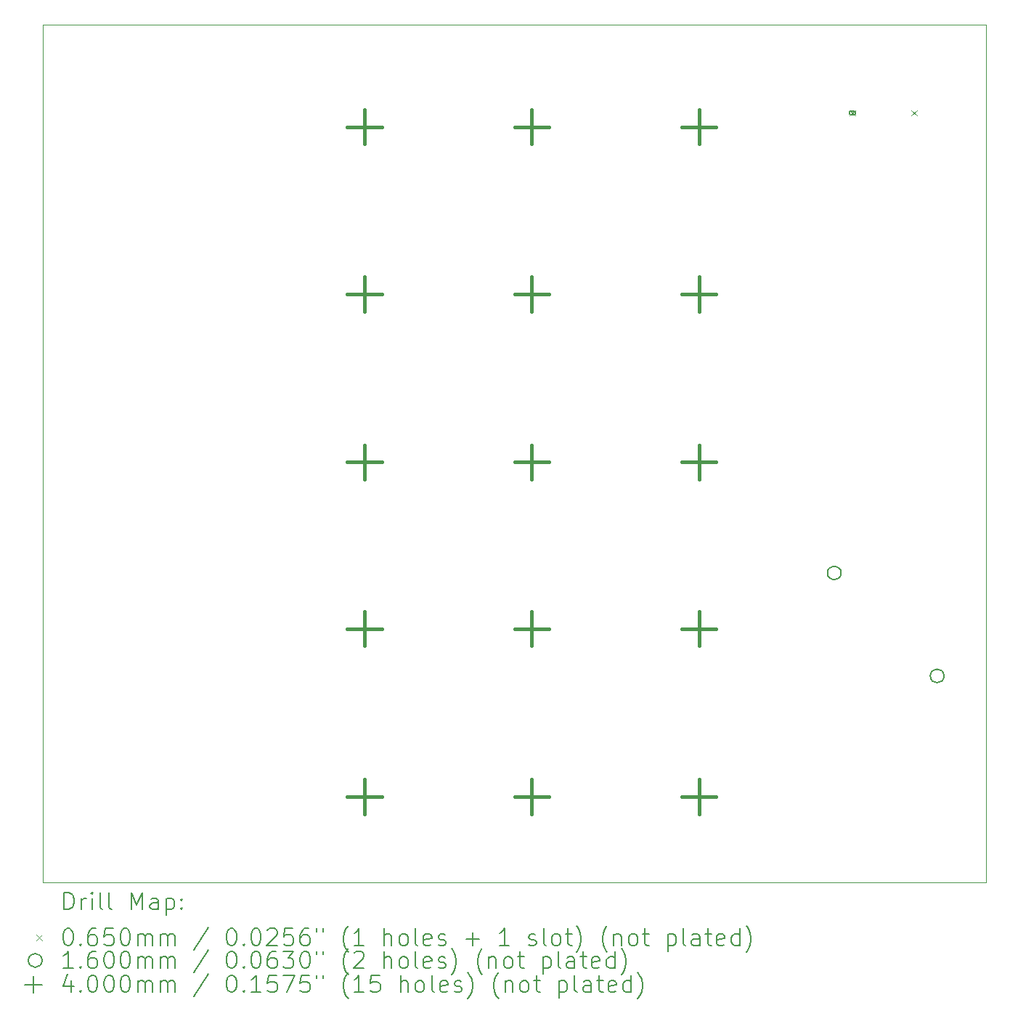
<source format=gbr>
%FSLAX45Y45*%
G04 Gerber Fmt 4.5, Leading zero omitted, Abs format (unit mm)*
G04 Created by KiCad (PCBNEW (6.0.4)) date 2022-04-24 15:44:57*
%MOMM*%
%LPD*%
G01*
G04 APERTURE LIST*
%TA.AperFunction,Profile*%
%ADD10C,0.100000*%
%TD*%
%ADD11C,0.200000*%
%ADD12C,0.065000*%
%ADD13C,0.160000*%
%ADD14C,0.400000*%
G04 APERTURE END LIST*
D10*
X20141000Y-5388000D02*
X9141000Y-5388000D01*
X9141000Y-5388000D02*
X9141000Y-15388000D01*
X20141000Y-15388000D02*
X20141000Y-5388000D01*
X9141000Y-15388000D02*
X20141000Y-15388000D01*
D11*
D12*
X18552500Y-6383500D02*
X18617500Y-6448500D01*
X18617500Y-6383500D02*
X18552500Y-6448500D01*
D11*
X18600000Y-6393500D02*
X18570000Y-6393500D01*
X18600000Y-6438500D02*
X18570000Y-6438500D01*
X18570000Y-6393500D02*
G75*
G03*
X18570000Y-6438500I0J-22500D01*
G01*
X18600000Y-6438500D02*
G75*
G03*
X18600000Y-6393500I0J22500D01*
G01*
D12*
X19272500Y-6383500D02*
X19337500Y-6448500D01*
X19337500Y-6383500D02*
X19272500Y-6448500D01*
D13*
X18453175Y-11780000D02*
G75*
G03*
X18453175Y-11780000I-80000J0D01*
G01*
X19653175Y-12980000D02*
G75*
G03*
X19653175Y-12980000I-80000J0D01*
G01*
D14*
X12895000Y-6380000D02*
X12895000Y-6780000D01*
X12695000Y-6580000D02*
X13095000Y-6580000D01*
X12895000Y-8330000D02*
X12895000Y-8730000D01*
X12695000Y-8530000D02*
X13095000Y-8530000D01*
X12895000Y-10288000D02*
X12895000Y-10688000D01*
X12695000Y-10488000D02*
X13095000Y-10488000D01*
X12895000Y-12230000D02*
X12895000Y-12630000D01*
X12695000Y-12430000D02*
X13095000Y-12430000D01*
X12895000Y-14188000D02*
X12895000Y-14588000D01*
X12695000Y-14388000D02*
X13095000Y-14388000D01*
X14845000Y-6380000D02*
X14845000Y-6780000D01*
X14645000Y-6580000D02*
X15045000Y-6580000D01*
X14845000Y-8330000D02*
X14845000Y-8730000D01*
X14645000Y-8530000D02*
X15045000Y-8530000D01*
X14845000Y-10288000D02*
X14845000Y-10688000D01*
X14645000Y-10488000D02*
X15045000Y-10488000D01*
X14845000Y-12230000D02*
X14845000Y-12630000D01*
X14645000Y-12430000D02*
X15045000Y-12430000D01*
X14845000Y-14188000D02*
X14845000Y-14588000D01*
X14645000Y-14388000D02*
X15045000Y-14388000D01*
X16795000Y-6380000D02*
X16795000Y-6780000D01*
X16595000Y-6580000D02*
X16995000Y-6580000D01*
X16795000Y-8330000D02*
X16795000Y-8730000D01*
X16595000Y-8530000D02*
X16995000Y-8530000D01*
X16795000Y-10288000D02*
X16795000Y-10688000D01*
X16595000Y-10488000D02*
X16995000Y-10488000D01*
X16795000Y-12230000D02*
X16795000Y-12630000D01*
X16595000Y-12430000D02*
X16995000Y-12430000D01*
X16795000Y-14188000D02*
X16795000Y-14588000D01*
X16595000Y-14388000D02*
X16995000Y-14388000D01*
D11*
X9393619Y-15703476D02*
X9393619Y-15503476D01*
X9441238Y-15503476D01*
X9469810Y-15513000D01*
X9488857Y-15532048D01*
X9498381Y-15551095D01*
X9507905Y-15589190D01*
X9507905Y-15617762D01*
X9498381Y-15655857D01*
X9488857Y-15674905D01*
X9469810Y-15693952D01*
X9441238Y-15703476D01*
X9393619Y-15703476D01*
X9593619Y-15703476D02*
X9593619Y-15570143D01*
X9593619Y-15608238D02*
X9603143Y-15589190D01*
X9612667Y-15579667D01*
X9631714Y-15570143D01*
X9650762Y-15570143D01*
X9717429Y-15703476D02*
X9717429Y-15570143D01*
X9717429Y-15503476D02*
X9707905Y-15513000D01*
X9717429Y-15522524D01*
X9726952Y-15513000D01*
X9717429Y-15503476D01*
X9717429Y-15522524D01*
X9841238Y-15703476D02*
X9822190Y-15693952D01*
X9812667Y-15674905D01*
X9812667Y-15503476D01*
X9946000Y-15703476D02*
X9926952Y-15693952D01*
X9917429Y-15674905D01*
X9917429Y-15503476D01*
X10174571Y-15703476D02*
X10174571Y-15503476D01*
X10241238Y-15646333D01*
X10307905Y-15503476D01*
X10307905Y-15703476D01*
X10488857Y-15703476D02*
X10488857Y-15598714D01*
X10479333Y-15579667D01*
X10460286Y-15570143D01*
X10422190Y-15570143D01*
X10403143Y-15579667D01*
X10488857Y-15693952D02*
X10469810Y-15703476D01*
X10422190Y-15703476D01*
X10403143Y-15693952D01*
X10393619Y-15674905D01*
X10393619Y-15655857D01*
X10403143Y-15636809D01*
X10422190Y-15627286D01*
X10469810Y-15627286D01*
X10488857Y-15617762D01*
X10584095Y-15570143D02*
X10584095Y-15770143D01*
X10584095Y-15579667D02*
X10603143Y-15570143D01*
X10641238Y-15570143D01*
X10660286Y-15579667D01*
X10669810Y-15589190D01*
X10679333Y-15608238D01*
X10679333Y-15665381D01*
X10669810Y-15684428D01*
X10660286Y-15693952D01*
X10641238Y-15703476D01*
X10603143Y-15703476D01*
X10584095Y-15693952D01*
X10765048Y-15684428D02*
X10774571Y-15693952D01*
X10765048Y-15703476D01*
X10755524Y-15693952D01*
X10765048Y-15684428D01*
X10765048Y-15703476D01*
X10765048Y-15579667D02*
X10774571Y-15589190D01*
X10765048Y-15598714D01*
X10755524Y-15589190D01*
X10765048Y-15579667D01*
X10765048Y-15598714D01*
D12*
X9071000Y-16000500D02*
X9136000Y-16065500D01*
X9136000Y-16000500D02*
X9071000Y-16065500D01*
D11*
X9431714Y-15923476D02*
X9450762Y-15923476D01*
X9469810Y-15933000D01*
X9479333Y-15942524D01*
X9488857Y-15961571D01*
X9498381Y-15999667D01*
X9498381Y-16047286D01*
X9488857Y-16085381D01*
X9479333Y-16104428D01*
X9469810Y-16113952D01*
X9450762Y-16123476D01*
X9431714Y-16123476D01*
X9412667Y-16113952D01*
X9403143Y-16104428D01*
X9393619Y-16085381D01*
X9384095Y-16047286D01*
X9384095Y-15999667D01*
X9393619Y-15961571D01*
X9403143Y-15942524D01*
X9412667Y-15933000D01*
X9431714Y-15923476D01*
X9584095Y-16104428D02*
X9593619Y-16113952D01*
X9584095Y-16123476D01*
X9574571Y-16113952D01*
X9584095Y-16104428D01*
X9584095Y-16123476D01*
X9765048Y-15923476D02*
X9726952Y-15923476D01*
X9707905Y-15933000D01*
X9698381Y-15942524D01*
X9679333Y-15971095D01*
X9669810Y-16009190D01*
X9669810Y-16085381D01*
X9679333Y-16104428D01*
X9688857Y-16113952D01*
X9707905Y-16123476D01*
X9746000Y-16123476D01*
X9765048Y-16113952D01*
X9774571Y-16104428D01*
X9784095Y-16085381D01*
X9784095Y-16037762D01*
X9774571Y-16018714D01*
X9765048Y-16009190D01*
X9746000Y-15999667D01*
X9707905Y-15999667D01*
X9688857Y-16009190D01*
X9679333Y-16018714D01*
X9669810Y-16037762D01*
X9965048Y-15923476D02*
X9869810Y-15923476D01*
X9860286Y-16018714D01*
X9869810Y-16009190D01*
X9888857Y-15999667D01*
X9936476Y-15999667D01*
X9955524Y-16009190D01*
X9965048Y-16018714D01*
X9974571Y-16037762D01*
X9974571Y-16085381D01*
X9965048Y-16104428D01*
X9955524Y-16113952D01*
X9936476Y-16123476D01*
X9888857Y-16123476D01*
X9869810Y-16113952D01*
X9860286Y-16104428D01*
X10098381Y-15923476D02*
X10117429Y-15923476D01*
X10136476Y-15933000D01*
X10146000Y-15942524D01*
X10155524Y-15961571D01*
X10165048Y-15999667D01*
X10165048Y-16047286D01*
X10155524Y-16085381D01*
X10146000Y-16104428D01*
X10136476Y-16113952D01*
X10117429Y-16123476D01*
X10098381Y-16123476D01*
X10079333Y-16113952D01*
X10069810Y-16104428D01*
X10060286Y-16085381D01*
X10050762Y-16047286D01*
X10050762Y-15999667D01*
X10060286Y-15961571D01*
X10069810Y-15942524D01*
X10079333Y-15933000D01*
X10098381Y-15923476D01*
X10250762Y-16123476D02*
X10250762Y-15990143D01*
X10250762Y-16009190D02*
X10260286Y-15999667D01*
X10279333Y-15990143D01*
X10307905Y-15990143D01*
X10326952Y-15999667D01*
X10336476Y-16018714D01*
X10336476Y-16123476D01*
X10336476Y-16018714D02*
X10346000Y-15999667D01*
X10365048Y-15990143D01*
X10393619Y-15990143D01*
X10412667Y-15999667D01*
X10422190Y-16018714D01*
X10422190Y-16123476D01*
X10517429Y-16123476D02*
X10517429Y-15990143D01*
X10517429Y-16009190D02*
X10526952Y-15999667D01*
X10546000Y-15990143D01*
X10574571Y-15990143D01*
X10593619Y-15999667D01*
X10603143Y-16018714D01*
X10603143Y-16123476D01*
X10603143Y-16018714D02*
X10612667Y-15999667D01*
X10631714Y-15990143D01*
X10660286Y-15990143D01*
X10679333Y-15999667D01*
X10688857Y-16018714D01*
X10688857Y-16123476D01*
X11079333Y-15913952D02*
X10907905Y-16171095D01*
X11336476Y-15923476D02*
X11355524Y-15923476D01*
X11374571Y-15933000D01*
X11384095Y-15942524D01*
X11393619Y-15961571D01*
X11403143Y-15999667D01*
X11403143Y-16047286D01*
X11393619Y-16085381D01*
X11384095Y-16104428D01*
X11374571Y-16113952D01*
X11355524Y-16123476D01*
X11336476Y-16123476D01*
X11317428Y-16113952D01*
X11307905Y-16104428D01*
X11298381Y-16085381D01*
X11288857Y-16047286D01*
X11288857Y-15999667D01*
X11298381Y-15961571D01*
X11307905Y-15942524D01*
X11317428Y-15933000D01*
X11336476Y-15923476D01*
X11488857Y-16104428D02*
X11498381Y-16113952D01*
X11488857Y-16123476D01*
X11479333Y-16113952D01*
X11488857Y-16104428D01*
X11488857Y-16123476D01*
X11622190Y-15923476D02*
X11641238Y-15923476D01*
X11660286Y-15933000D01*
X11669809Y-15942524D01*
X11679333Y-15961571D01*
X11688857Y-15999667D01*
X11688857Y-16047286D01*
X11679333Y-16085381D01*
X11669809Y-16104428D01*
X11660286Y-16113952D01*
X11641238Y-16123476D01*
X11622190Y-16123476D01*
X11603143Y-16113952D01*
X11593619Y-16104428D01*
X11584095Y-16085381D01*
X11574571Y-16047286D01*
X11574571Y-15999667D01*
X11584095Y-15961571D01*
X11593619Y-15942524D01*
X11603143Y-15933000D01*
X11622190Y-15923476D01*
X11765048Y-15942524D02*
X11774571Y-15933000D01*
X11793619Y-15923476D01*
X11841238Y-15923476D01*
X11860286Y-15933000D01*
X11869809Y-15942524D01*
X11879333Y-15961571D01*
X11879333Y-15980619D01*
X11869809Y-16009190D01*
X11755524Y-16123476D01*
X11879333Y-16123476D01*
X12060286Y-15923476D02*
X11965048Y-15923476D01*
X11955524Y-16018714D01*
X11965048Y-16009190D01*
X11984095Y-15999667D01*
X12031714Y-15999667D01*
X12050762Y-16009190D01*
X12060286Y-16018714D01*
X12069809Y-16037762D01*
X12069809Y-16085381D01*
X12060286Y-16104428D01*
X12050762Y-16113952D01*
X12031714Y-16123476D01*
X11984095Y-16123476D01*
X11965048Y-16113952D01*
X11955524Y-16104428D01*
X12241238Y-15923476D02*
X12203143Y-15923476D01*
X12184095Y-15933000D01*
X12174571Y-15942524D01*
X12155524Y-15971095D01*
X12146000Y-16009190D01*
X12146000Y-16085381D01*
X12155524Y-16104428D01*
X12165048Y-16113952D01*
X12184095Y-16123476D01*
X12222190Y-16123476D01*
X12241238Y-16113952D01*
X12250762Y-16104428D01*
X12260286Y-16085381D01*
X12260286Y-16037762D01*
X12250762Y-16018714D01*
X12241238Y-16009190D01*
X12222190Y-15999667D01*
X12184095Y-15999667D01*
X12165048Y-16009190D01*
X12155524Y-16018714D01*
X12146000Y-16037762D01*
X12336476Y-15923476D02*
X12336476Y-15961571D01*
X12412667Y-15923476D02*
X12412667Y-15961571D01*
X12707905Y-16199667D02*
X12698381Y-16190143D01*
X12679333Y-16161571D01*
X12669809Y-16142524D01*
X12660286Y-16113952D01*
X12650762Y-16066333D01*
X12650762Y-16028238D01*
X12660286Y-15980619D01*
X12669809Y-15952048D01*
X12679333Y-15933000D01*
X12698381Y-15904428D01*
X12707905Y-15894905D01*
X12888857Y-16123476D02*
X12774571Y-16123476D01*
X12831714Y-16123476D02*
X12831714Y-15923476D01*
X12812667Y-15952048D01*
X12793619Y-15971095D01*
X12774571Y-15980619D01*
X13126952Y-16123476D02*
X13126952Y-15923476D01*
X13212667Y-16123476D02*
X13212667Y-16018714D01*
X13203143Y-15999667D01*
X13184095Y-15990143D01*
X13155524Y-15990143D01*
X13136476Y-15999667D01*
X13126952Y-16009190D01*
X13336476Y-16123476D02*
X13317428Y-16113952D01*
X13307905Y-16104428D01*
X13298381Y-16085381D01*
X13298381Y-16028238D01*
X13307905Y-16009190D01*
X13317428Y-15999667D01*
X13336476Y-15990143D01*
X13365048Y-15990143D01*
X13384095Y-15999667D01*
X13393619Y-16009190D01*
X13403143Y-16028238D01*
X13403143Y-16085381D01*
X13393619Y-16104428D01*
X13384095Y-16113952D01*
X13365048Y-16123476D01*
X13336476Y-16123476D01*
X13517428Y-16123476D02*
X13498381Y-16113952D01*
X13488857Y-16094905D01*
X13488857Y-15923476D01*
X13669809Y-16113952D02*
X13650762Y-16123476D01*
X13612667Y-16123476D01*
X13593619Y-16113952D01*
X13584095Y-16094905D01*
X13584095Y-16018714D01*
X13593619Y-15999667D01*
X13612667Y-15990143D01*
X13650762Y-15990143D01*
X13669809Y-15999667D01*
X13679333Y-16018714D01*
X13679333Y-16037762D01*
X13584095Y-16056809D01*
X13755524Y-16113952D02*
X13774571Y-16123476D01*
X13812667Y-16123476D01*
X13831714Y-16113952D01*
X13841238Y-16094905D01*
X13841238Y-16085381D01*
X13831714Y-16066333D01*
X13812667Y-16056809D01*
X13784095Y-16056809D01*
X13765048Y-16047286D01*
X13755524Y-16028238D01*
X13755524Y-16018714D01*
X13765048Y-15999667D01*
X13784095Y-15990143D01*
X13812667Y-15990143D01*
X13831714Y-15999667D01*
X14079333Y-16047286D02*
X14231714Y-16047286D01*
X14155524Y-16123476D02*
X14155524Y-15971095D01*
X14584095Y-16123476D02*
X14469809Y-16123476D01*
X14526952Y-16123476D02*
X14526952Y-15923476D01*
X14507905Y-15952048D01*
X14488857Y-15971095D01*
X14469809Y-15980619D01*
X14812667Y-16113952D02*
X14831714Y-16123476D01*
X14869809Y-16123476D01*
X14888857Y-16113952D01*
X14898381Y-16094905D01*
X14898381Y-16085381D01*
X14888857Y-16066333D01*
X14869809Y-16056809D01*
X14841238Y-16056809D01*
X14822190Y-16047286D01*
X14812667Y-16028238D01*
X14812667Y-16018714D01*
X14822190Y-15999667D01*
X14841238Y-15990143D01*
X14869809Y-15990143D01*
X14888857Y-15999667D01*
X15012667Y-16123476D02*
X14993619Y-16113952D01*
X14984095Y-16094905D01*
X14984095Y-15923476D01*
X15117428Y-16123476D02*
X15098381Y-16113952D01*
X15088857Y-16104428D01*
X15079333Y-16085381D01*
X15079333Y-16028238D01*
X15088857Y-16009190D01*
X15098381Y-15999667D01*
X15117428Y-15990143D01*
X15146000Y-15990143D01*
X15165048Y-15999667D01*
X15174571Y-16009190D01*
X15184095Y-16028238D01*
X15184095Y-16085381D01*
X15174571Y-16104428D01*
X15165048Y-16113952D01*
X15146000Y-16123476D01*
X15117428Y-16123476D01*
X15241238Y-15990143D02*
X15317428Y-15990143D01*
X15269809Y-15923476D02*
X15269809Y-16094905D01*
X15279333Y-16113952D01*
X15298381Y-16123476D01*
X15317428Y-16123476D01*
X15365048Y-16199667D02*
X15374571Y-16190143D01*
X15393619Y-16161571D01*
X15403143Y-16142524D01*
X15412667Y-16113952D01*
X15422190Y-16066333D01*
X15422190Y-16028238D01*
X15412667Y-15980619D01*
X15403143Y-15952048D01*
X15393619Y-15933000D01*
X15374571Y-15904428D01*
X15365048Y-15894905D01*
X15726952Y-16199667D02*
X15717428Y-16190143D01*
X15698381Y-16161571D01*
X15688857Y-16142524D01*
X15679333Y-16113952D01*
X15669809Y-16066333D01*
X15669809Y-16028238D01*
X15679333Y-15980619D01*
X15688857Y-15952048D01*
X15698381Y-15933000D01*
X15717428Y-15904428D01*
X15726952Y-15894905D01*
X15803143Y-15990143D02*
X15803143Y-16123476D01*
X15803143Y-16009190D02*
X15812667Y-15999667D01*
X15831714Y-15990143D01*
X15860286Y-15990143D01*
X15879333Y-15999667D01*
X15888857Y-16018714D01*
X15888857Y-16123476D01*
X16012667Y-16123476D02*
X15993619Y-16113952D01*
X15984095Y-16104428D01*
X15974571Y-16085381D01*
X15974571Y-16028238D01*
X15984095Y-16009190D01*
X15993619Y-15999667D01*
X16012667Y-15990143D01*
X16041238Y-15990143D01*
X16060286Y-15999667D01*
X16069809Y-16009190D01*
X16079333Y-16028238D01*
X16079333Y-16085381D01*
X16069809Y-16104428D01*
X16060286Y-16113952D01*
X16041238Y-16123476D01*
X16012667Y-16123476D01*
X16136476Y-15990143D02*
X16212667Y-15990143D01*
X16165048Y-15923476D02*
X16165048Y-16094905D01*
X16174571Y-16113952D01*
X16193619Y-16123476D01*
X16212667Y-16123476D01*
X16431714Y-15990143D02*
X16431714Y-16190143D01*
X16431714Y-15999667D02*
X16450762Y-15990143D01*
X16488857Y-15990143D01*
X16507905Y-15999667D01*
X16517428Y-16009190D01*
X16526952Y-16028238D01*
X16526952Y-16085381D01*
X16517428Y-16104428D01*
X16507905Y-16113952D01*
X16488857Y-16123476D01*
X16450762Y-16123476D01*
X16431714Y-16113952D01*
X16641238Y-16123476D02*
X16622190Y-16113952D01*
X16612667Y-16094905D01*
X16612667Y-15923476D01*
X16803143Y-16123476D02*
X16803143Y-16018714D01*
X16793619Y-15999667D01*
X16774571Y-15990143D01*
X16736476Y-15990143D01*
X16717428Y-15999667D01*
X16803143Y-16113952D02*
X16784095Y-16123476D01*
X16736476Y-16123476D01*
X16717428Y-16113952D01*
X16707905Y-16094905D01*
X16707905Y-16075857D01*
X16717428Y-16056809D01*
X16736476Y-16047286D01*
X16784095Y-16047286D01*
X16803143Y-16037762D01*
X16869810Y-15990143D02*
X16946000Y-15990143D01*
X16898381Y-15923476D02*
X16898381Y-16094905D01*
X16907905Y-16113952D01*
X16926952Y-16123476D01*
X16946000Y-16123476D01*
X17088857Y-16113952D02*
X17069810Y-16123476D01*
X17031714Y-16123476D01*
X17012667Y-16113952D01*
X17003143Y-16094905D01*
X17003143Y-16018714D01*
X17012667Y-15999667D01*
X17031714Y-15990143D01*
X17069810Y-15990143D01*
X17088857Y-15999667D01*
X17098381Y-16018714D01*
X17098381Y-16037762D01*
X17003143Y-16056809D01*
X17269810Y-16123476D02*
X17269810Y-15923476D01*
X17269810Y-16113952D02*
X17250762Y-16123476D01*
X17212667Y-16123476D01*
X17193619Y-16113952D01*
X17184095Y-16104428D01*
X17174571Y-16085381D01*
X17174571Y-16028238D01*
X17184095Y-16009190D01*
X17193619Y-15999667D01*
X17212667Y-15990143D01*
X17250762Y-15990143D01*
X17269810Y-15999667D01*
X17346000Y-16199667D02*
X17355524Y-16190143D01*
X17374571Y-16161571D01*
X17384095Y-16142524D01*
X17393619Y-16113952D01*
X17403143Y-16066333D01*
X17403143Y-16028238D01*
X17393619Y-15980619D01*
X17384095Y-15952048D01*
X17374571Y-15933000D01*
X17355524Y-15904428D01*
X17346000Y-15894905D01*
D13*
X9136000Y-16297000D02*
G75*
G03*
X9136000Y-16297000I-80000J0D01*
G01*
D11*
X9498381Y-16387476D02*
X9384095Y-16387476D01*
X9441238Y-16387476D02*
X9441238Y-16187476D01*
X9422190Y-16216048D01*
X9403143Y-16235095D01*
X9384095Y-16244619D01*
X9584095Y-16368428D02*
X9593619Y-16377952D01*
X9584095Y-16387476D01*
X9574571Y-16377952D01*
X9584095Y-16368428D01*
X9584095Y-16387476D01*
X9765048Y-16187476D02*
X9726952Y-16187476D01*
X9707905Y-16197000D01*
X9698381Y-16206524D01*
X9679333Y-16235095D01*
X9669810Y-16273190D01*
X9669810Y-16349381D01*
X9679333Y-16368428D01*
X9688857Y-16377952D01*
X9707905Y-16387476D01*
X9746000Y-16387476D01*
X9765048Y-16377952D01*
X9774571Y-16368428D01*
X9784095Y-16349381D01*
X9784095Y-16301762D01*
X9774571Y-16282714D01*
X9765048Y-16273190D01*
X9746000Y-16263667D01*
X9707905Y-16263667D01*
X9688857Y-16273190D01*
X9679333Y-16282714D01*
X9669810Y-16301762D01*
X9907905Y-16187476D02*
X9926952Y-16187476D01*
X9946000Y-16197000D01*
X9955524Y-16206524D01*
X9965048Y-16225571D01*
X9974571Y-16263667D01*
X9974571Y-16311286D01*
X9965048Y-16349381D01*
X9955524Y-16368428D01*
X9946000Y-16377952D01*
X9926952Y-16387476D01*
X9907905Y-16387476D01*
X9888857Y-16377952D01*
X9879333Y-16368428D01*
X9869810Y-16349381D01*
X9860286Y-16311286D01*
X9860286Y-16263667D01*
X9869810Y-16225571D01*
X9879333Y-16206524D01*
X9888857Y-16197000D01*
X9907905Y-16187476D01*
X10098381Y-16187476D02*
X10117429Y-16187476D01*
X10136476Y-16197000D01*
X10146000Y-16206524D01*
X10155524Y-16225571D01*
X10165048Y-16263667D01*
X10165048Y-16311286D01*
X10155524Y-16349381D01*
X10146000Y-16368428D01*
X10136476Y-16377952D01*
X10117429Y-16387476D01*
X10098381Y-16387476D01*
X10079333Y-16377952D01*
X10069810Y-16368428D01*
X10060286Y-16349381D01*
X10050762Y-16311286D01*
X10050762Y-16263667D01*
X10060286Y-16225571D01*
X10069810Y-16206524D01*
X10079333Y-16197000D01*
X10098381Y-16187476D01*
X10250762Y-16387476D02*
X10250762Y-16254143D01*
X10250762Y-16273190D02*
X10260286Y-16263667D01*
X10279333Y-16254143D01*
X10307905Y-16254143D01*
X10326952Y-16263667D01*
X10336476Y-16282714D01*
X10336476Y-16387476D01*
X10336476Y-16282714D02*
X10346000Y-16263667D01*
X10365048Y-16254143D01*
X10393619Y-16254143D01*
X10412667Y-16263667D01*
X10422190Y-16282714D01*
X10422190Y-16387476D01*
X10517429Y-16387476D02*
X10517429Y-16254143D01*
X10517429Y-16273190D02*
X10526952Y-16263667D01*
X10546000Y-16254143D01*
X10574571Y-16254143D01*
X10593619Y-16263667D01*
X10603143Y-16282714D01*
X10603143Y-16387476D01*
X10603143Y-16282714D02*
X10612667Y-16263667D01*
X10631714Y-16254143D01*
X10660286Y-16254143D01*
X10679333Y-16263667D01*
X10688857Y-16282714D01*
X10688857Y-16387476D01*
X11079333Y-16177952D02*
X10907905Y-16435095D01*
X11336476Y-16187476D02*
X11355524Y-16187476D01*
X11374571Y-16197000D01*
X11384095Y-16206524D01*
X11393619Y-16225571D01*
X11403143Y-16263667D01*
X11403143Y-16311286D01*
X11393619Y-16349381D01*
X11384095Y-16368428D01*
X11374571Y-16377952D01*
X11355524Y-16387476D01*
X11336476Y-16387476D01*
X11317428Y-16377952D01*
X11307905Y-16368428D01*
X11298381Y-16349381D01*
X11288857Y-16311286D01*
X11288857Y-16263667D01*
X11298381Y-16225571D01*
X11307905Y-16206524D01*
X11317428Y-16197000D01*
X11336476Y-16187476D01*
X11488857Y-16368428D02*
X11498381Y-16377952D01*
X11488857Y-16387476D01*
X11479333Y-16377952D01*
X11488857Y-16368428D01*
X11488857Y-16387476D01*
X11622190Y-16187476D02*
X11641238Y-16187476D01*
X11660286Y-16197000D01*
X11669809Y-16206524D01*
X11679333Y-16225571D01*
X11688857Y-16263667D01*
X11688857Y-16311286D01*
X11679333Y-16349381D01*
X11669809Y-16368428D01*
X11660286Y-16377952D01*
X11641238Y-16387476D01*
X11622190Y-16387476D01*
X11603143Y-16377952D01*
X11593619Y-16368428D01*
X11584095Y-16349381D01*
X11574571Y-16311286D01*
X11574571Y-16263667D01*
X11584095Y-16225571D01*
X11593619Y-16206524D01*
X11603143Y-16197000D01*
X11622190Y-16187476D01*
X11860286Y-16187476D02*
X11822190Y-16187476D01*
X11803143Y-16197000D01*
X11793619Y-16206524D01*
X11774571Y-16235095D01*
X11765048Y-16273190D01*
X11765048Y-16349381D01*
X11774571Y-16368428D01*
X11784095Y-16377952D01*
X11803143Y-16387476D01*
X11841238Y-16387476D01*
X11860286Y-16377952D01*
X11869809Y-16368428D01*
X11879333Y-16349381D01*
X11879333Y-16301762D01*
X11869809Y-16282714D01*
X11860286Y-16273190D01*
X11841238Y-16263667D01*
X11803143Y-16263667D01*
X11784095Y-16273190D01*
X11774571Y-16282714D01*
X11765048Y-16301762D01*
X11946000Y-16187476D02*
X12069809Y-16187476D01*
X12003143Y-16263667D01*
X12031714Y-16263667D01*
X12050762Y-16273190D01*
X12060286Y-16282714D01*
X12069809Y-16301762D01*
X12069809Y-16349381D01*
X12060286Y-16368428D01*
X12050762Y-16377952D01*
X12031714Y-16387476D01*
X11974571Y-16387476D01*
X11955524Y-16377952D01*
X11946000Y-16368428D01*
X12193619Y-16187476D02*
X12212667Y-16187476D01*
X12231714Y-16197000D01*
X12241238Y-16206524D01*
X12250762Y-16225571D01*
X12260286Y-16263667D01*
X12260286Y-16311286D01*
X12250762Y-16349381D01*
X12241238Y-16368428D01*
X12231714Y-16377952D01*
X12212667Y-16387476D01*
X12193619Y-16387476D01*
X12174571Y-16377952D01*
X12165048Y-16368428D01*
X12155524Y-16349381D01*
X12146000Y-16311286D01*
X12146000Y-16263667D01*
X12155524Y-16225571D01*
X12165048Y-16206524D01*
X12174571Y-16197000D01*
X12193619Y-16187476D01*
X12336476Y-16187476D02*
X12336476Y-16225571D01*
X12412667Y-16187476D02*
X12412667Y-16225571D01*
X12707905Y-16463667D02*
X12698381Y-16454143D01*
X12679333Y-16425571D01*
X12669809Y-16406524D01*
X12660286Y-16377952D01*
X12650762Y-16330333D01*
X12650762Y-16292238D01*
X12660286Y-16244619D01*
X12669809Y-16216048D01*
X12679333Y-16197000D01*
X12698381Y-16168428D01*
X12707905Y-16158905D01*
X12774571Y-16206524D02*
X12784095Y-16197000D01*
X12803143Y-16187476D01*
X12850762Y-16187476D01*
X12869809Y-16197000D01*
X12879333Y-16206524D01*
X12888857Y-16225571D01*
X12888857Y-16244619D01*
X12879333Y-16273190D01*
X12765048Y-16387476D01*
X12888857Y-16387476D01*
X13126952Y-16387476D02*
X13126952Y-16187476D01*
X13212667Y-16387476D02*
X13212667Y-16282714D01*
X13203143Y-16263667D01*
X13184095Y-16254143D01*
X13155524Y-16254143D01*
X13136476Y-16263667D01*
X13126952Y-16273190D01*
X13336476Y-16387476D02*
X13317428Y-16377952D01*
X13307905Y-16368428D01*
X13298381Y-16349381D01*
X13298381Y-16292238D01*
X13307905Y-16273190D01*
X13317428Y-16263667D01*
X13336476Y-16254143D01*
X13365048Y-16254143D01*
X13384095Y-16263667D01*
X13393619Y-16273190D01*
X13403143Y-16292238D01*
X13403143Y-16349381D01*
X13393619Y-16368428D01*
X13384095Y-16377952D01*
X13365048Y-16387476D01*
X13336476Y-16387476D01*
X13517428Y-16387476D02*
X13498381Y-16377952D01*
X13488857Y-16358905D01*
X13488857Y-16187476D01*
X13669809Y-16377952D02*
X13650762Y-16387476D01*
X13612667Y-16387476D01*
X13593619Y-16377952D01*
X13584095Y-16358905D01*
X13584095Y-16282714D01*
X13593619Y-16263667D01*
X13612667Y-16254143D01*
X13650762Y-16254143D01*
X13669809Y-16263667D01*
X13679333Y-16282714D01*
X13679333Y-16301762D01*
X13584095Y-16320809D01*
X13755524Y-16377952D02*
X13774571Y-16387476D01*
X13812667Y-16387476D01*
X13831714Y-16377952D01*
X13841238Y-16358905D01*
X13841238Y-16349381D01*
X13831714Y-16330333D01*
X13812667Y-16320809D01*
X13784095Y-16320809D01*
X13765048Y-16311286D01*
X13755524Y-16292238D01*
X13755524Y-16282714D01*
X13765048Y-16263667D01*
X13784095Y-16254143D01*
X13812667Y-16254143D01*
X13831714Y-16263667D01*
X13907905Y-16463667D02*
X13917428Y-16454143D01*
X13936476Y-16425571D01*
X13946000Y-16406524D01*
X13955524Y-16377952D01*
X13965048Y-16330333D01*
X13965048Y-16292238D01*
X13955524Y-16244619D01*
X13946000Y-16216048D01*
X13936476Y-16197000D01*
X13917428Y-16168428D01*
X13907905Y-16158905D01*
X14269809Y-16463667D02*
X14260286Y-16454143D01*
X14241238Y-16425571D01*
X14231714Y-16406524D01*
X14222190Y-16377952D01*
X14212667Y-16330333D01*
X14212667Y-16292238D01*
X14222190Y-16244619D01*
X14231714Y-16216048D01*
X14241238Y-16197000D01*
X14260286Y-16168428D01*
X14269809Y-16158905D01*
X14346000Y-16254143D02*
X14346000Y-16387476D01*
X14346000Y-16273190D02*
X14355524Y-16263667D01*
X14374571Y-16254143D01*
X14403143Y-16254143D01*
X14422190Y-16263667D01*
X14431714Y-16282714D01*
X14431714Y-16387476D01*
X14555524Y-16387476D02*
X14536476Y-16377952D01*
X14526952Y-16368428D01*
X14517428Y-16349381D01*
X14517428Y-16292238D01*
X14526952Y-16273190D01*
X14536476Y-16263667D01*
X14555524Y-16254143D01*
X14584095Y-16254143D01*
X14603143Y-16263667D01*
X14612667Y-16273190D01*
X14622190Y-16292238D01*
X14622190Y-16349381D01*
X14612667Y-16368428D01*
X14603143Y-16377952D01*
X14584095Y-16387476D01*
X14555524Y-16387476D01*
X14679333Y-16254143D02*
X14755524Y-16254143D01*
X14707905Y-16187476D02*
X14707905Y-16358905D01*
X14717428Y-16377952D01*
X14736476Y-16387476D01*
X14755524Y-16387476D01*
X14974571Y-16254143D02*
X14974571Y-16454143D01*
X14974571Y-16263667D02*
X14993619Y-16254143D01*
X15031714Y-16254143D01*
X15050762Y-16263667D01*
X15060286Y-16273190D01*
X15069809Y-16292238D01*
X15069809Y-16349381D01*
X15060286Y-16368428D01*
X15050762Y-16377952D01*
X15031714Y-16387476D01*
X14993619Y-16387476D01*
X14974571Y-16377952D01*
X15184095Y-16387476D02*
X15165048Y-16377952D01*
X15155524Y-16358905D01*
X15155524Y-16187476D01*
X15346000Y-16387476D02*
X15346000Y-16282714D01*
X15336476Y-16263667D01*
X15317428Y-16254143D01*
X15279333Y-16254143D01*
X15260286Y-16263667D01*
X15346000Y-16377952D02*
X15326952Y-16387476D01*
X15279333Y-16387476D01*
X15260286Y-16377952D01*
X15250762Y-16358905D01*
X15250762Y-16339857D01*
X15260286Y-16320809D01*
X15279333Y-16311286D01*
X15326952Y-16311286D01*
X15346000Y-16301762D01*
X15412667Y-16254143D02*
X15488857Y-16254143D01*
X15441238Y-16187476D02*
X15441238Y-16358905D01*
X15450762Y-16377952D01*
X15469809Y-16387476D01*
X15488857Y-16387476D01*
X15631714Y-16377952D02*
X15612667Y-16387476D01*
X15574571Y-16387476D01*
X15555524Y-16377952D01*
X15546000Y-16358905D01*
X15546000Y-16282714D01*
X15555524Y-16263667D01*
X15574571Y-16254143D01*
X15612667Y-16254143D01*
X15631714Y-16263667D01*
X15641238Y-16282714D01*
X15641238Y-16301762D01*
X15546000Y-16320809D01*
X15812667Y-16387476D02*
X15812667Y-16187476D01*
X15812667Y-16377952D02*
X15793619Y-16387476D01*
X15755524Y-16387476D01*
X15736476Y-16377952D01*
X15726952Y-16368428D01*
X15717428Y-16349381D01*
X15717428Y-16292238D01*
X15726952Y-16273190D01*
X15736476Y-16263667D01*
X15755524Y-16254143D01*
X15793619Y-16254143D01*
X15812667Y-16263667D01*
X15888857Y-16463667D02*
X15898381Y-16454143D01*
X15917428Y-16425571D01*
X15926952Y-16406524D01*
X15936476Y-16377952D01*
X15946000Y-16330333D01*
X15946000Y-16292238D01*
X15936476Y-16244619D01*
X15926952Y-16216048D01*
X15917428Y-16197000D01*
X15898381Y-16168428D01*
X15888857Y-16158905D01*
X9036000Y-16477000D02*
X9036000Y-16677000D01*
X8936000Y-16577000D02*
X9136000Y-16577000D01*
X9479333Y-16534143D02*
X9479333Y-16667476D01*
X9431714Y-16457952D02*
X9384095Y-16600809D01*
X9507905Y-16600809D01*
X9584095Y-16648428D02*
X9593619Y-16657952D01*
X9584095Y-16667476D01*
X9574571Y-16657952D01*
X9584095Y-16648428D01*
X9584095Y-16667476D01*
X9717429Y-16467476D02*
X9736476Y-16467476D01*
X9755524Y-16477000D01*
X9765048Y-16486524D01*
X9774571Y-16505571D01*
X9784095Y-16543667D01*
X9784095Y-16591286D01*
X9774571Y-16629381D01*
X9765048Y-16648428D01*
X9755524Y-16657952D01*
X9736476Y-16667476D01*
X9717429Y-16667476D01*
X9698381Y-16657952D01*
X9688857Y-16648428D01*
X9679333Y-16629381D01*
X9669810Y-16591286D01*
X9669810Y-16543667D01*
X9679333Y-16505571D01*
X9688857Y-16486524D01*
X9698381Y-16477000D01*
X9717429Y-16467476D01*
X9907905Y-16467476D02*
X9926952Y-16467476D01*
X9946000Y-16477000D01*
X9955524Y-16486524D01*
X9965048Y-16505571D01*
X9974571Y-16543667D01*
X9974571Y-16591286D01*
X9965048Y-16629381D01*
X9955524Y-16648428D01*
X9946000Y-16657952D01*
X9926952Y-16667476D01*
X9907905Y-16667476D01*
X9888857Y-16657952D01*
X9879333Y-16648428D01*
X9869810Y-16629381D01*
X9860286Y-16591286D01*
X9860286Y-16543667D01*
X9869810Y-16505571D01*
X9879333Y-16486524D01*
X9888857Y-16477000D01*
X9907905Y-16467476D01*
X10098381Y-16467476D02*
X10117429Y-16467476D01*
X10136476Y-16477000D01*
X10146000Y-16486524D01*
X10155524Y-16505571D01*
X10165048Y-16543667D01*
X10165048Y-16591286D01*
X10155524Y-16629381D01*
X10146000Y-16648428D01*
X10136476Y-16657952D01*
X10117429Y-16667476D01*
X10098381Y-16667476D01*
X10079333Y-16657952D01*
X10069810Y-16648428D01*
X10060286Y-16629381D01*
X10050762Y-16591286D01*
X10050762Y-16543667D01*
X10060286Y-16505571D01*
X10069810Y-16486524D01*
X10079333Y-16477000D01*
X10098381Y-16467476D01*
X10250762Y-16667476D02*
X10250762Y-16534143D01*
X10250762Y-16553190D02*
X10260286Y-16543667D01*
X10279333Y-16534143D01*
X10307905Y-16534143D01*
X10326952Y-16543667D01*
X10336476Y-16562714D01*
X10336476Y-16667476D01*
X10336476Y-16562714D02*
X10346000Y-16543667D01*
X10365048Y-16534143D01*
X10393619Y-16534143D01*
X10412667Y-16543667D01*
X10422190Y-16562714D01*
X10422190Y-16667476D01*
X10517429Y-16667476D02*
X10517429Y-16534143D01*
X10517429Y-16553190D02*
X10526952Y-16543667D01*
X10546000Y-16534143D01*
X10574571Y-16534143D01*
X10593619Y-16543667D01*
X10603143Y-16562714D01*
X10603143Y-16667476D01*
X10603143Y-16562714D02*
X10612667Y-16543667D01*
X10631714Y-16534143D01*
X10660286Y-16534143D01*
X10679333Y-16543667D01*
X10688857Y-16562714D01*
X10688857Y-16667476D01*
X11079333Y-16457952D02*
X10907905Y-16715095D01*
X11336476Y-16467476D02*
X11355524Y-16467476D01*
X11374571Y-16477000D01*
X11384095Y-16486524D01*
X11393619Y-16505571D01*
X11403143Y-16543667D01*
X11403143Y-16591286D01*
X11393619Y-16629381D01*
X11384095Y-16648428D01*
X11374571Y-16657952D01*
X11355524Y-16667476D01*
X11336476Y-16667476D01*
X11317428Y-16657952D01*
X11307905Y-16648428D01*
X11298381Y-16629381D01*
X11288857Y-16591286D01*
X11288857Y-16543667D01*
X11298381Y-16505571D01*
X11307905Y-16486524D01*
X11317428Y-16477000D01*
X11336476Y-16467476D01*
X11488857Y-16648428D02*
X11498381Y-16657952D01*
X11488857Y-16667476D01*
X11479333Y-16657952D01*
X11488857Y-16648428D01*
X11488857Y-16667476D01*
X11688857Y-16667476D02*
X11574571Y-16667476D01*
X11631714Y-16667476D02*
X11631714Y-16467476D01*
X11612667Y-16496048D01*
X11593619Y-16515095D01*
X11574571Y-16524619D01*
X11869809Y-16467476D02*
X11774571Y-16467476D01*
X11765048Y-16562714D01*
X11774571Y-16553190D01*
X11793619Y-16543667D01*
X11841238Y-16543667D01*
X11860286Y-16553190D01*
X11869809Y-16562714D01*
X11879333Y-16581762D01*
X11879333Y-16629381D01*
X11869809Y-16648428D01*
X11860286Y-16657952D01*
X11841238Y-16667476D01*
X11793619Y-16667476D01*
X11774571Y-16657952D01*
X11765048Y-16648428D01*
X11946000Y-16467476D02*
X12079333Y-16467476D01*
X11993619Y-16667476D01*
X12250762Y-16467476D02*
X12155524Y-16467476D01*
X12146000Y-16562714D01*
X12155524Y-16553190D01*
X12174571Y-16543667D01*
X12222190Y-16543667D01*
X12241238Y-16553190D01*
X12250762Y-16562714D01*
X12260286Y-16581762D01*
X12260286Y-16629381D01*
X12250762Y-16648428D01*
X12241238Y-16657952D01*
X12222190Y-16667476D01*
X12174571Y-16667476D01*
X12155524Y-16657952D01*
X12146000Y-16648428D01*
X12336476Y-16467476D02*
X12336476Y-16505571D01*
X12412667Y-16467476D02*
X12412667Y-16505571D01*
X12707905Y-16743667D02*
X12698381Y-16734143D01*
X12679333Y-16705571D01*
X12669809Y-16686524D01*
X12660286Y-16657952D01*
X12650762Y-16610333D01*
X12650762Y-16572238D01*
X12660286Y-16524619D01*
X12669809Y-16496048D01*
X12679333Y-16477000D01*
X12698381Y-16448428D01*
X12707905Y-16438905D01*
X12888857Y-16667476D02*
X12774571Y-16667476D01*
X12831714Y-16667476D02*
X12831714Y-16467476D01*
X12812667Y-16496048D01*
X12793619Y-16515095D01*
X12774571Y-16524619D01*
X13069809Y-16467476D02*
X12974571Y-16467476D01*
X12965048Y-16562714D01*
X12974571Y-16553190D01*
X12993619Y-16543667D01*
X13041238Y-16543667D01*
X13060286Y-16553190D01*
X13069809Y-16562714D01*
X13079333Y-16581762D01*
X13079333Y-16629381D01*
X13069809Y-16648428D01*
X13060286Y-16657952D01*
X13041238Y-16667476D01*
X12993619Y-16667476D01*
X12974571Y-16657952D01*
X12965048Y-16648428D01*
X13317428Y-16667476D02*
X13317428Y-16467476D01*
X13403143Y-16667476D02*
X13403143Y-16562714D01*
X13393619Y-16543667D01*
X13374571Y-16534143D01*
X13346000Y-16534143D01*
X13326952Y-16543667D01*
X13317428Y-16553190D01*
X13526952Y-16667476D02*
X13507905Y-16657952D01*
X13498381Y-16648428D01*
X13488857Y-16629381D01*
X13488857Y-16572238D01*
X13498381Y-16553190D01*
X13507905Y-16543667D01*
X13526952Y-16534143D01*
X13555524Y-16534143D01*
X13574571Y-16543667D01*
X13584095Y-16553190D01*
X13593619Y-16572238D01*
X13593619Y-16629381D01*
X13584095Y-16648428D01*
X13574571Y-16657952D01*
X13555524Y-16667476D01*
X13526952Y-16667476D01*
X13707905Y-16667476D02*
X13688857Y-16657952D01*
X13679333Y-16638905D01*
X13679333Y-16467476D01*
X13860286Y-16657952D02*
X13841238Y-16667476D01*
X13803143Y-16667476D01*
X13784095Y-16657952D01*
X13774571Y-16638905D01*
X13774571Y-16562714D01*
X13784095Y-16543667D01*
X13803143Y-16534143D01*
X13841238Y-16534143D01*
X13860286Y-16543667D01*
X13869809Y-16562714D01*
X13869809Y-16581762D01*
X13774571Y-16600809D01*
X13946000Y-16657952D02*
X13965048Y-16667476D01*
X14003143Y-16667476D01*
X14022190Y-16657952D01*
X14031714Y-16638905D01*
X14031714Y-16629381D01*
X14022190Y-16610333D01*
X14003143Y-16600809D01*
X13974571Y-16600809D01*
X13955524Y-16591286D01*
X13946000Y-16572238D01*
X13946000Y-16562714D01*
X13955524Y-16543667D01*
X13974571Y-16534143D01*
X14003143Y-16534143D01*
X14022190Y-16543667D01*
X14098381Y-16743667D02*
X14107905Y-16734143D01*
X14126952Y-16705571D01*
X14136476Y-16686524D01*
X14146000Y-16657952D01*
X14155524Y-16610333D01*
X14155524Y-16572238D01*
X14146000Y-16524619D01*
X14136476Y-16496048D01*
X14126952Y-16477000D01*
X14107905Y-16448428D01*
X14098381Y-16438905D01*
X14460286Y-16743667D02*
X14450762Y-16734143D01*
X14431714Y-16705571D01*
X14422190Y-16686524D01*
X14412667Y-16657952D01*
X14403143Y-16610333D01*
X14403143Y-16572238D01*
X14412667Y-16524619D01*
X14422190Y-16496048D01*
X14431714Y-16477000D01*
X14450762Y-16448428D01*
X14460286Y-16438905D01*
X14536476Y-16534143D02*
X14536476Y-16667476D01*
X14536476Y-16553190D02*
X14546000Y-16543667D01*
X14565048Y-16534143D01*
X14593619Y-16534143D01*
X14612667Y-16543667D01*
X14622190Y-16562714D01*
X14622190Y-16667476D01*
X14746000Y-16667476D02*
X14726952Y-16657952D01*
X14717428Y-16648428D01*
X14707905Y-16629381D01*
X14707905Y-16572238D01*
X14717428Y-16553190D01*
X14726952Y-16543667D01*
X14746000Y-16534143D01*
X14774571Y-16534143D01*
X14793619Y-16543667D01*
X14803143Y-16553190D01*
X14812667Y-16572238D01*
X14812667Y-16629381D01*
X14803143Y-16648428D01*
X14793619Y-16657952D01*
X14774571Y-16667476D01*
X14746000Y-16667476D01*
X14869809Y-16534143D02*
X14946000Y-16534143D01*
X14898381Y-16467476D02*
X14898381Y-16638905D01*
X14907905Y-16657952D01*
X14926952Y-16667476D01*
X14946000Y-16667476D01*
X15165048Y-16534143D02*
X15165048Y-16734143D01*
X15165048Y-16543667D02*
X15184095Y-16534143D01*
X15222190Y-16534143D01*
X15241238Y-16543667D01*
X15250762Y-16553190D01*
X15260286Y-16572238D01*
X15260286Y-16629381D01*
X15250762Y-16648428D01*
X15241238Y-16657952D01*
X15222190Y-16667476D01*
X15184095Y-16667476D01*
X15165048Y-16657952D01*
X15374571Y-16667476D02*
X15355524Y-16657952D01*
X15346000Y-16638905D01*
X15346000Y-16467476D01*
X15536476Y-16667476D02*
X15536476Y-16562714D01*
X15526952Y-16543667D01*
X15507905Y-16534143D01*
X15469809Y-16534143D01*
X15450762Y-16543667D01*
X15536476Y-16657952D02*
X15517428Y-16667476D01*
X15469809Y-16667476D01*
X15450762Y-16657952D01*
X15441238Y-16638905D01*
X15441238Y-16619857D01*
X15450762Y-16600809D01*
X15469809Y-16591286D01*
X15517428Y-16591286D01*
X15536476Y-16581762D01*
X15603143Y-16534143D02*
X15679333Y-16534143D01*
X15631714Y-16467476D02*
X15631714Y-16638905D01*
X15641238Y-16657952D01*
X15660286Y-16667476D01*
X15679333Y-16667476D01*
X15822190Y-16657952D02*
X15803143Y-16667476D01*
X15765048Y-16667476D01*
X15746000Y-16657952D01*
X15736476Y-16638905D01*
X15736476Y-16562714D01*
X15746000Y-16543667D01*
X15765048Y-16534143D01*
X15803143Y-16534143D01*
X15822190Y-16543667D01*
X15831714Y-16562714D01*
X15831714Y-16581762D01*
X15736476Y-16600809D01*
X16003143Y-16667476D02*
X16003143Y-16467476D01*
X16003143Y-16657952D02*
X15984095Y-16667476D01*
X15946000Y-16667476D01*
X15926952Y-16657952D01*
X15917428Y-16648428D01*
X15907905Y-16629381D01*
X15907905Y-16572238D01*
X15917428Y-16553190D01*
X15926952Y-16543667D01*
X15946000Y-16534143D01*
X15984095Y-16534143D01*
X16003143Y-16543667D01*
X16079333Y-16743667D02*
X16088857Y-16734143D01*
X16107905Y-16705571D01*
X16117428Y-16686524D01*
X16126952Y-16657952D01*
X16136476Y-16610333D01*
X16136476Y-16572238D01*
X16126952Y-16524619D01*
X16117428Y-16496048D01*
X16107905Y-16477000D01*
X16088857Y-16448428D01*
X16079333Y-16438905D01*
M02*

</source>
